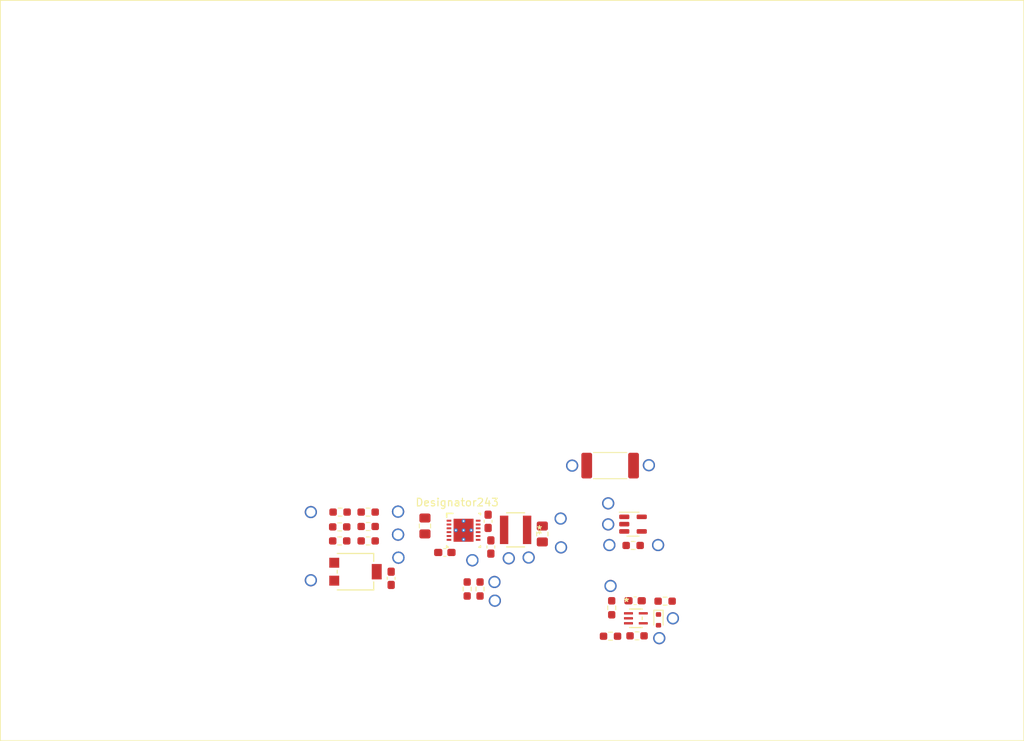
<source format=kicad_pcb>
(kicad_pcb (version 20221018) (generator pcbnew)
  (layers (0 "F.Cu" signal) (31 "B.Cu" signal) (34 "B.Paste" user) (35 "F.Paste" user) (36 "B.SilkS" user "B.Silkscreen") (37 "F.SilkS" user "F.Silkscreen") (38 "B.Mask" user) (39 "F.Mask" user) (44 "Edge.Cuts" user))
  (net 0 "")
  (net 1 "Net-(D23-K)")
  (net 2 "GND2")
  (net 3 "Net-(D7-Conn)")
  (net 4 "Net-(D22-Conn)")
  (net 5 "Net-(D17-Conn)")
  (net 6 "Net-(U1-SS)")
  (net 7 "Net-(D29-Conn)")
  (net 8 "Net-(U1-BST)")
  (net 9 "Net-(C27-Pad2)")
  (net 10 "Net-(D2-Conn)")
  (net 11 "Net-(D1-Conn)")
  (net 12 "Net-(D4-Conn)")
  (net 13 "Net-(D5-Conn)")
  (net 14 "Net-(D6-Conn)")
  (net 15 "Net-(D12-Conn)")
  (net 16 "Net-(D9-Conn)")
  (net 17 "Net-(D10-Conn)")
  (net 18 "Net-(D13-Conn)")
  (net 19 "Net-(D14-Conn)")
  (net 20 "Net-(D18-Conn)")
  (net 21 "Net-(D19-Conn)")
  (net 22 "Net-(D20-Conn)")
  (net 23 "Net-(D21-Conn)")
  (net 24 "Net-(R1-Pad1)")
  (net 25 "Net-(U2-IN-)")
  (net 26 "Net-(R10-Pad2)")
  (net 27 "Net-(R11-Pad2)")
  (net 29 "Net-(D15-Conn)")
  (footprint "Resistor_SMD:R_0603_1608Metric_Pad0.98x0.95mm_HandSolder" (layer "F.Cu") (at 124.3236 130.0875 90)
    (fp_text reference "R12" hide)
    (fp_text value "R" hide)
    (fp_line (start -0.254724 -0.5225) (end 0.254724 -0.5225) (stroke (width 0.12)) (layer "F.SilkS"))
    (fp_line (start -0.254724 0.5225) (end 0.254724 0.5225) (stroke (width 0.12)) (layer "F.SilkS"))
    (pad "1" smd roundrect (at -0.9125 0 90) (size 0.975 0.95) (layers "F.Cu" "F.Paste" "F.Mask") (net 13 "Net-(D5-Conn)"))
    (pad "2" smd roundrect (at 0.9125 0 90) (size 0.975 0.95) (layers "F.Cu" "F.Paste" "F.Mask") (net 2 "GND2"))
  )
  (footprint "ul_TLV9061IDCKR:DCK5_TEX" (layer "F.Cu") (at 146.304 133.9088)
    (fp_text reference "U2" hide)
    (fp_text value "TLV9061IDCKR" hide)
    (fp_text user "*" (at -1.2192 -2.0978) (layer "F.SilkS"))
    (fp_text user "*" (at -1.2192 -2.0978 unlocked) (layer "F.SilkS"))
    (fp_line (start -0.8255 1.2065) (end 0.8255 1.2065) (stroke (width 0.1524)) (layer "F.SilkS"))
    (fp_line (start 0.8255 -1.2065) (end -0.8255 -1.2065) (stroke (width 0.1524)) (layer "F.SilkS"))
    (fp_line (start 0.8255 0.164859) (end 0.8255 -0.164859) (stroke (width 0.1524)) (layer "F.SilkS"))
    (pad "1" smd rect (at -0.9652 -0.649999) (size 1.1684 0.3048) (layers "F.Cu" "F.Paste" "F.Mask") (net 11 "Net-(D1-Conn)"))
    (pad "2" smd rect (at -0.9652 0) (size 1.1684 0.3048) (layers "F.Cu" "F.Paste" "F.Mask") (net 2 "GND2"))
    (pad "3" smd rect (at -0.9652 0.649999) (size 1.1684 0.3048) (layers "F.Cu" "F.Paste" "F.Mask") (net 25 "Net-(U2-IN-)"))
    (pad "4" smd rect (at 0.9652 0.649999) (size 1.1684 0.3048) (layers "F.Cu" "F.Paste" "F.Mask") (net 19 "Net-(D14-Conn)"))
    (pad "5" smd rect (at 0.9652 -0.649999) (size 1.1684 0.3048) (layers "F.Cu" "F.Paste" "F.Mask") (net 1 "Net-(D23-K)"))
  )
  (footprint "Wire_holes:WireHole_1p2" (layer "F.Cu") (at 125 126.3396 -90)
    (fp_text reference "D5" hide)
    (fp_text value "WireHole_1p5" hide)
    (pad "1" thru_hole circle (at 0 0 270) (size 1.6 1.6) (drill 1.2) (layers "*.Cu" "*.Mask") (net 13 "Net-(D5-Conn)"))
  )
  (footprint "Resistor_SMD:R_2512_6332Metric_Pad1.40x3.35mm_HandSolder" (layer "F.Cu") (at 142.95 114)
    (fp_text reference "R14" hide)
    (fp_text value "R" hide)
    (fp_line (start -2.177064 -1.71) (end 2.177064 -1.71) (stroke (width 0.12)) (layer "F.SilkS"))
    (fp_line (start -2.177064 1.71) (end 2.177064 1.71) (stroke (width 0.12)) (layer "F.SilkS"))
    (pad "1" smd roundrect (at -3.05 0) (size 1.4 3.35) (layers "F.Cu" "F.Paste" "F.Mask") (roundrect_rratio 0.178571) (net 2 "GND2"))
    (pad "2" smd roundrect (at 3.05 0) (size 1.4 3.35) (layers "F.Cu" "F.Paste" "F.Mask") (roundrect_rratio 0.178571) (net 17 "Net-(D10-Conn)"))
  )
  (footprint "Resistor_SMD:R_0603_1608Metric_Pad0.98x0.95mm_HandSolder" (layer "F.Cu") (at 111.4226 123.8184)
    (fp_text reference "R8" hide)
    (fp_text value "R" hide)
    (fp_line (start -0.254724 -0.5225) (end 0.254724 -0.5225) (stroke (width 0.12)) (layer "F.SilkS"))
    (fp_line (start -0.254724 0.5225) (end 0.254724 0.5225) (stroke (width 0.12)) (layer "F.SilkS"))
    (pad "1" smd roundrect (at -0.9125 0) (size 0.975 0.95) (layers "F.Cu" "F.Paste" "F.Mask") (net 27 "Net-(R11-Pad2)"))
    (pad "2" smd roundrect (at 0.9125 0) (size 0.975 0.95) (layers "F.Cu" "F.Paste" "F.Mask") (net 23 "Net-(D21-Conn)"))
  )
  (footprint "Capacitor_SMD:C_0805_2012Metric_Pad1.18x1.45mm_HandSolder" (layer "F.Cu") (at 134.112 122.9145 -90)
    (fp_text reference "C28" hide)
    (fp_text value "C" hide)
    (fp_line (start -0.261252 -0.735) (end 0.261252 -0.735) (stroke (width 0.12)) (layer "F.SilkS"))
    (fp_line (start -0.261252 0.735) (end 0.261252 0.735) (stroke (width 0.12)) (layer "F.SilkS"))
    (pad "1" smd roundrect (at -1.0375 0 270) (size 1.175 1.45) (layers "F.Cu" "F.Paste" "F.Mask") (roundrect_rratio 0.212766) (net 10 "Net-(D2-Conn)"))
    (pad "2" smd roundrect (at 1.0375 0 270) (size 1.175 1.45) (layers "F.Cu" "F.Paste" "F.Mask") (roundrect_rratio 0.212766) (net 2 "GND2"))
  )
  (footprint "Capacitor_SMD:C_0603_1608Metric_Pad1.08x0.95mm_HandSolder" (layer "F.Cu") (at 146.2024 131.6228 180)
    (fp_text reference "C1" hide)
    (fp_text value "C" hide)
    (fp_line (start -0.146267 -0.51) (end 0.146267 -0.51) (stroke (width 0.12)) (layer "F.SilkS"))
    (fp_line (start -0.146267 0.51) (end 0.146267 0.51) (stroke (width 0.12)) (layer "F.SilkS"))
    (pad "1" smd roundrect (at -0.8625 0 180) (size 1.075 0.95) (layers "F.Cu" "F.Paste" "F.Mask") (net 1 "Net-(D23-K)"))
    (pad "2" smd roundrect (at 0.8625 0 180) (size 1.075 0.95) (layers "F.Cu" "F.Paste" "F.Mask") (net 2 "GND2"))
  )
  (footprint "Capacitor_SMD:C_0603_1608Metric_Pad1.08x0.95mm_HandSolder" (layer "F.Cu") (at 121.4131 125.3236)
    (fp_text reference "C26" hide)
    (fp_text value "C" hide)
    (fp_line (start -0.146267 -0.51) (end 0.146267 -0.51) (stroke (width 0.12)) (layer "F.SilkS"))
    (fp_line (start -0.146267 0.51) (end 0.146267 0.51) (stroke (width 0.12)) (layer "F.SilkS"))
    (pad "1" smd roundrect (at -0.8625 0) (size 1.075 0.95) (layers "F.Cu" "F.Paste" "F.Mask") (net 6 "Net-(U1-SS)"))
    (pad "2" smd roundrect (at 0.8625 0) (size 1.075 0.95) (layers "F.Cu" "F.Paste" "F.Mask") (net 2 "GND2"))
  )
  (footprint "Resistor_SMD:R_0603_1608Metric_Pad0.98x0.95mm_HandSolder" (layer "F.Cu") (at 143.1544 132.5372 -90)
    (fp_text reference "R2" hide)
    (fp_text value "R" hide)
    (fp_line (start -0.254724 -0.5225) (end 0.254724 -0.5225) (stroke (width 0.12)) (layer "F.SilkS"))
    (fp_line (start -0.254724 0.5225) (end 0.254724 0.5225) (stroke (width 0.12)) (layer "F.SilkS"))
    (pad "1" smd roundrect (at -0.9125 0 270) (size 0.975 0.95) (layers "F.Cu" "F.Paste" "F.Mask") (net 11 "Net-(D1-Conn)"))
    (pad "2" smd roundrect (at 0.9125 0 270) (size 0.975 0.95) (layers "F.Cu" "F.Paste" "F.Mask") (net 2 "GND2"))
  )
  (footprint "Wire_holes:WireHole_1p2" (layer "F.Cu") (at 115.316 120)
    (fp_text reference "D20" hide)
    (fp_text value "WireHole_1p5" hide)
    (pad "1" thru_hole circle (at 0 0) (size 1.6 1.6) (drill 1.2) (layers "*.Cu" "*.Mask") (net 22 "Net-(D20-Conn)"))
  )
  (footprint "Wire_holes:WireHole_1p2" (layer "F.Cu") (at 138 114)
    (fp_text reference "D11" hide)
    (fp_text value "WireHole_1p5" hide)
    (pad "1" thru_hole circle (at 0 0) (size 1.6 1.6) (drill 1.2) (layers "*.Cu" "*.Mask") (net 2 "GND2"))
  )
  (footprint "Wire_holes:WireHole_1p2" (layer "F.Cu") (at 143.002 129.6924)
    (fp_text reference "D1" hide)
    (fp_text value "WireHole_1p5" hide)
    (pad "1" thru_hole circle (at 0 0) (size 1.6 1.6) (drill 1.2) (layers "*.Cu" "*.Mask") (net 11 "Net-(D1-Conn)"))
  )
  (footprint "ul_SWPA4030S1R0NT:IND_SWPA4030S_SNL" (layer "F.Cu") (at 130.6322 122.3772 180)
    (fp_text reference "L1" hide)
    (fp_text value "SWPA4030S1R0NT" hide)
    (fp_text user "*" (at -3.1115 0 180 unlocked) (layer "F.SilkS"))
    (fp_text user "*" (at -3.1115 0) (layer "F.SilkS"))
    (fp_line (start -1.17475 2.2225) (end 1.17475 2.2225) (stroke (width 0.1524)) (layer "F.SilkS"))
    (fp_line (start 1.17475 -2.2225) (end -1.17475 -2.2225) (stroke (width 0.1524)) (layer "F.SilkS"))
    (pad "1" smd rect (at -1.4986 0 180) (size 1.0922 3.7084) (layers "F.Cu" "F.Paste" "F.Mask") (net 10 "Net-(D2-Conn)"))
    (pad "2" smd rect (at 1.4986 0 180) (size 1.0922 3.7084) (layers "F.Cu" "F.Paste" "F.Mask") (net 9 "Net-(C27-Pad2)"))
  )
  (footprint "Wire_holes:WireHole_1p2" (layer "F.Cu") (at 129.7432 126.0856)
    (fp_text reference "D9" hide)
    (fp_text value "WireHole_1p5" hide)
    (pad "1" thru_hole circle (at 0 0) (size 1.6 1.6) (drill 1.2) (layers "*.Cu" "*.Mask") (net 16 "Net-(D9-Conn)"))
  )
  (footprint "Wire_holes:WireHole_1p2" (layer "F.Cu") (at 115.3668 126)
    (fp_text reference "D18" hide)
    (fp_text value "WireHole_1p5" hide)
    (pad "1" thru_hole circle (at 0 0) (size 1.6 1.6) (drill 1.2) (layers "*.Cu" "*.Mask") (net 20 "Net-(D18-Conn)"))
  )
  (footprint "Wire_holes:WireHole_1p2" (layer "F.Cu") (at 149.352 136.4996)
    (fp_text reference "D14" hide)
    (fp_text value "WireHole_1p5" hide)
    (pad "1" thru_hole circle (at 0 0) (size 1.6 1.6) (drill 1.2) (layers "*.Cu" "*.Mask") (net 19 "Net-(D14-Conn)"))
  )
  (footprint "Capacitor_SMD:C_0805_2012Metric_Pad1.18x1.45mm_HandSolder" (layer "F.Cu") (at 118.8212 121.8692 90)
    (fp_text reference "C5" hide)
    (fp_text value "C" hide)
    (fp_line (start -0.261252 -0.735) (end 0.261252 -0.735) (stroke (width 0.12)) (layer "F.SilkS"))
    (fp_line (start -0.261252 0.735) (end 0.261252 0.735) (stroke (width 0.12)) (layer "F.SilkS"))
    (pad "1" smd roundrect (at -1.0375 0 90) (size 1.175 1.45) (layers "F.Cu" "F.Paste" "F.Mask") (roundrect_rratio 0.212766) (net 5 "Net-(D17-Conn)"))
    (pad "2" smd roundrect (at 1.0375 0 90) (size 1.175 1.45) (layers "F.Cu" "F.Paste" "F.Mask") (roundrect_rratio 0.212766) (net 2 "GND2"))
  )
  (footprint "Resistor_SMD:R_0603_1608Metric_Pad0.98x0.95mm_HandSolder" (layer "F.Cu") (at 111.4226 120.0592)
    (fp_text reference "R1" hide)
    (fp_text value "R" hide)
    (fp_line (start -0.254724 -0.5225) (end 0.254724 -0.5225) (stroke (width 0.12)) (layer "F.SilkS"))
    (fp_line (start -0.254724 0.5225) (end 0.254724 0.5225) (stroke (width 0.12)) (layer "F.SilkS"))
    (pad "1" smd roundrect (at -0.9125 0) (size 0.975 0.95) (layers "F.Cu" "F.Paste" "F.Mask") (net 24 "Net-(R1-Pad1)"))
    (pad "2" smd roundrect (at 0.9125 0) (size 0.975 0.95) (layers "F.Cu" "F.Paste" "F.Mask") (net 23 "Net-(D21-Conn)"))
  )
  (footprint "Wire_holes:WireHole_1p2" (layer "F.Cu") (at 115.3668 126)
    (fp_text reference "D22" hide)
    (fp_text value "WireHole_1p5" hide)
    (pad "1" thru_hole circle (at 0 0) (size 1.6 1.6) (drill 1.2) (layers "*.Cu" "*.Mask") (net 4 "Net-(D22-Conn)"))
  )
  (footprint "Wire_holes:WireHole_1p2" (layer "F.Cu") (at 132.334 125.984)
    (fp_text reference "D7" hide)
    (fp_text value "WireHole_1p5" hide)
    (pad "1" thru_hole circle (at 0 0) (size 1.6 1.6) (drill 1.2) (layers "*.Cu" "*.Mask") (net 3 "Net-(D7-Conn)"))
  )
  (footprint "Resistor_SMD:R_0603_1608Metric_Pad0.98x0.95mm_HandSolder" (layer "F.Cu") (at 126 130.0875 90)
    (fp_text reference "R13" hide)
    (fp_text value "R" hide)
    (fp_line (start -0.254724 -0.5225) (end 0.254724 -0.5225) (stroke (width 0.12)) (layer "F.SilkS"))
    (fp_line (start -0.254724 0.5225) (end 0.254724 0.5225) (stroke (width 0.12)) (layer "F.SilkS"))
    (pad "1" smd roundrect (at -0.9125 0 90) (size 0.975 0.95) (layers "F.Cu" "F.Paste" "F.Mask") (net 13 "Net-(D5-Conn)"))
    (pad "2" smd roundrect (at 0.9125 0 90) (size 0.975 0.95) (layers "F.Cu" "F.Paste" "F.Mask") (net 15 "Net-(D12-Conn)"))
  )
  (footprint "Wire_holes:WireHole_1p2" (layer "F.Cu") (at 115.316 123)
    (fp_text reference "D19" hide)
    (fp_text value "WireHole_1p5" hide)
    (pad "1" thru_hole circle (at 0 0) (size 1.6 1.6) (drill 1.2) (layers "*.Cu" "*.Mask") (net 21 "Net-(D19-Conn)"))
  )
  (footprint "Resistor_SMD:R_0603_1608Metric_Pad0.98x0.95mm_HandSolder" (layer "F.Cu") (at 107.765 120.0592)
    (fp_text reference "R9" hide)
    (fp_text value "R" hide)
    (fp_line (start -0.254724 -0.5225) (end 0.254724 -0.5225) (stroke (width 0.12)) (layer "F.SilkS"))
    (fp_line (start -0.254724 0.5225) (end 0.254724 0.5225) (stroke (width 0.12)) (layer "F.SilkS"))
    (pad "1" smd roundrect (at -0.9125 0) (size 0.975 0.95) (layers "F.Cu" "F.Paste" "F.Mask") (net 22 "Net-(D20-Conn)"))
    (pad "2" smd roundrect (at 0.9125 0) (size 0.975 0.95) (layers "F.Cu" "F.Paste" "F.Mask") (net 24 "Net-(R1-Pad1)"))
  )
  (footprint "Wire_holes:WireHole_1p2" (layer "F.Cu") (at 142.6972 118.9228)
    (fp_text reference "D15" hide)
    (fp_text value "WireHole_1p5" hide)
    (pad "1" thru_hole circle (at 0 0) (size 1.6 1.6) (drill 1.2) (layers "*.Cu" "*.Mask") (net 29 "Net-(D15-Conn)"))
  )
  (footprint "Wire_holes:WireHole_1p2" (layer "F.Cu") (at 136.4996 120.904)
    (fp_text reference "D2" hide)
    (fp_text value "WireHole_1p5" hide)
    (pad "1" thru_hole circle (at 0 0) (size 1.6 1.6) (drill 1.2) (layers "*.Cu" "*.Mask") (net 10 "Net-(D2-Conn)"))
  )
  (footprint "Resistor_SMD:R_0603_1608Metric_Pad0.98x0.95mm_HandSolder" (layer "F.Cu") (at 145.9503 124.4092)
    (fp_text reference "R26" hide)
    (fp_text value "R" hide)
    (fp_line (start -0.254724 -0.5225) (end 0.254724 -0.5225) (stroke (width 0.12)) (layer "F.SilkS"))
    (fp_line (start -0.254724 0.5225) (end 0.254724 0.5225) (stroke (width 0.12)) (layer "F.SilkS"))
    (pad "1" smd roundrect (at -0.9125 0) (size 0.975 0.95) (layers "F.Cu" "F.Paste" "F.Mask") (net 12 "Net-(D4-Conn)"))
    (pad "2" smd roundrect (at 0.9125 0) (size 0.975 0.95) (layers "F.Cu" "F.Paste" "F.Mask") (net 7 "Net-(D29-Conn)"))
  )
  (footprint "Resistor_SMD:R_0603_1608Metric_Pad0.98x0.95mm_HandSolder" (layer "F.Cu") (at 143.002 136.2456)
    (fp_text reference "R4" hide)
    (fp_text value "R" hide)
    (fp_line (start -0.254724 -0.5225) (end 0.254724 -0.5225) (stroke (width 0.12)) (layer "F.SilkS"))
    (fp_line (start -0.254724 0.5225) (end 0.254724 0.5225) (stroke (width 0.12)) (layer "F.SilkS"))
    (pad "1" smd roundrect (at -0.9125 0) (size 0.975 0.95) (layers "F.Cu" "F.Paste" "F.Mask") (net 2 "GND2"))
    (pad "2" smd roundrect (at 0.9125 0) (size 0.975 0.95) (layers "F.Cu" "F.Paste" "F.Mask") (net 25 "Net-(U2-IN-)"))
  )
  (footprint "Wire_holes:WireHole_1p2" (layer "F.Cu") (at 127.8796 129.1731 -90)
    (fp_text reference "D8" hide)
    (fp_text value "WireHole_1p5" hide)
    (pad "1" thru_hole circle (at 0 0 270) (size 1.6 1.6) (drill 1.2) (layers "*.Cu" "*.Mask") (net 15 "Net-(D12-Conn)"))
  )
  (footprint "Wire_holes:WireHole_1p2" (layer "F.Cu") (at 151.13 133.9088)
    (fp_text reference "D13" hide)
    (fp_text value "WireHole_1p5" hide)
    (pad "1" thru_hole circle (at 0 0) (size 1.6 1.6) (drill 1.2) (layers "*.Cu" "*.Mask") (net 18 "Net-(D13-Conn)"))
  )
  (footprint "Wire_holes:WireHole_1p2" (layer "F.Cu") (at 125 126.3396)
    (fp_text reference "D6" hide)
    (fp_text value "WireHole_1p5" hide)
    (pad "1" thru_hole circle (at 0 0) (size 1.6 1.6) (drill 1.2) (layers "*.Cu" "*.Mask") (net 14 "Net-(D6-Conn)"))
  )
  (footprint "Resistor_SMD:R_0603_1608Metric_Pad0.98x0.95mm_HandSolder" (layer "F.Cu") (at 111.4226 121.9388)
    (fp_text reference "R7" hide)
    (fp_text value "R" hide)
    (fp_line (start -0.254724 -0.5225) (end 0.254724 -0.5225) (stroke (width 0.12)) (layer "F.SilkS"))
    (fp_line (start -0.254724 0.5225) (end 0.254724 0.5225) (stroke (width 0.12)) (layer "F.SilkS"))
    (pad "1" smd roundrect (at -0.9125 0) (size 0.975 0.95) (layers "F.Cu" "F.Paste" "F.Mask") (net 26 "Net-(R10-Pad2)"))
    (pad "2" smd roundrect (at 0.9125 0) (size 0.975 0.95) (layers "F.Cu" "F.Paste" "F.Mask") (net 23 "Net-(D21-Conn)"))
  )
  (footprint "Wire_holes:WireHole_1p2" (layer "F.Cu") (at 149.1996 124.3584)
    (fp_text reference "D29" hide)
    (fp_text value "WireHole_1p5" hide)
    (pad "1" thru_hole circle (at 0 0) (size 1.6 1.6) (drill 1.2) (layers "*.Cu" "*.Mask") (net 7 "Net-(D29-Conn)"))
  )
  (footprint "Capacitor_SMD:C_0603_1608Metric_Pad1.08x0.95mm_HandSolder" (layer "F.Cu") (at 127.4064 124.6113 -90)
    (fp_text reference "C2" hide)
    (fp_text value "C" hide)
    (fp_line (start -0.146267 -0.51) (end 0.146267 -0.51) (stroke (width 0.12)) (layer "F.SilkS"))
    (fp_line (start -0.146267 0.51) (end 0.146267 0.51) (stroke (width 0.12)) (layer "F.SilkS"))
    (pad "1" smd roundrect (at -0.8625 0 270) (size 1.075 0.95) (layers "F.Cu" "F.Paste" "F.Mask") (net 3 "Net-(D7-Conn)"))
    (pad "2" smd roundrect (at 0.8625 0 270) (size 1.075 0.95) (layers "F.Cu" "F.Paste" "F.Mask") (net 2 "GND2"))
  )
  (footprint "ul_3314G-1-103E:POT_3314G" (layer "F.Cu") (at 109.7686 127.8316 -90)
    (fp_text reference "R6" hide)
    (fp_text value "3314G-1-103E" hide)
    (fp_line (start -2.3749 -2.3749) (end -2.3749 2.3749) (stroke (width 0.1524)) (layer "F.SilkS"))
    (fp_line (start -1.33604 -2.3749) (end -2.3749 -2.3749) (stroke (width 0.1524)) (layer "F.SilkS"))
    (fp_line (start -0.18796 2.3749) (end 0.18796 2.3749) (stroke (width 0.1524)) (layer "F.SilkS"))
    (fp_line (start 2.3749 -2.3749) (end 1.33604 -2.3749) (stroke (width 0.1524)) (layer "F.SilkS"))
    (fp_line (start 2.3749 -2.3749) (end 2.3749 2.3749) (stroke (width 0.1524)) (layer "F.SilkS"))
    (pad "1" smd rect (at 1.1684 2.7686 270) (size 1.2954 1.2954) (layers "F.Cu" "F.Paste" "F.Mask") (net 2 "GND2"))
    (pad "2" smd rect (at 0 -2.7686 270) (size 2.0066 1.2954) (layers "F.Cu" "F.Paste" "F.Mask") (net 4 "Net-(D22-Conn)"))
    (pad "3" smd rect (at -1.1684 2.7686 270) (size 1.2954 1.2954) (layers "F.Cu" "F.Paste" "F.Mask") (net 22 "Net-(D20-Conn)"))
  )
  (footprint "Resistor_SMD:R_0603_1608Metric_Pad0.98x0.95mm_HandSolder" (layer "F.Cu") (at 107.7142 121.9896)
    (fp_text reference "R10" hide)
    (fp_text value "R" hide)
    (fp_line (start -0.254724 -0.5225) (end 0.254724 -0.5225) (stroke (width 0.12)) (layer "F.SilkS"))
    (fp_line (start -0.254724 0.5225) (end 0.254724 0.5225) (stroke (width 0.12)) (layer "F.SilkS"))
    (pad "1" smd roundrect (at -0.9125 0) (size 0.975 0.95) (layers "F.Cu" "F.Paste" "F.Mask") (net 22 "Net-(D20-Conn)"))
    (pad "2" smd roundrect (at 0.9125 0) (size 0.975 0.95) (layers "F.Cu" "F.Paste" "F.Mask") (net 26 "Net-(R10-Pad2)"))
  )
  (footprint "Capacitor_SMD:C_0603_1608Metric_Pad1.08x0.95mm_HandSolder" (layer "F.Cu") (at 127.0508 121.2596 90)
    (fp_text reference "C27" hide)
    (fp_text value "C" hide)
    (fp_line (start -0.146267 -0.51) (end 0.146267 -0.51) (stroke (width 0.12)) (layer "F.SilkS"))
    (fp_line (start -0.146267 0.51) (end 0.146267 0.51) (stroke (width 0.12)) (layer "F.SilkS"))
    (pad "1" smd roundrect (at -0.8625 0 90) (size 1.075 0.95) (layers "F.Cu" "F.Paste" "F.Mask") (net 8 "Net-(U1-BST)"))
    (pad "2" smd roundrect (at 0.8625 0 90) (size 1.075 0.95) (layers "F.Cu" "F.Paste" "F.Mask") (net 9 "Net-(C27-Pad2)"))
  )
  (footprint "ul_LM5160ADNTR:DNT0012B" (layer "F.Cu") (at 123.8504 122.428)
    (fp_text reference "U1" hide)
    (fp_text value "LM5160ADNTR" hide)
    (fp_text user "Designator243" (at -0.8371 -3.6322 unlocked) (layer "F.SilkS"))
    (fp_line (start -2.200001 -2.199998) (end -1.4 -2.199998) (stroke (width 0.2)) (layer "F.SilkS"))
    (fp_line (start -2.200001 -1.699999) (end -2.200001 -2.199998) (stroke (width 0.2)) (layer "F.SilkS"))
    (fp_line (start -2.200001 2.199998) (end -2.200001 2.025002) (stroke (width 0.2)) (layer "F.SilkS"))
    (fp_line (start -2.200001 2.199998) (end -2.000001 2.199998) (stroke (width 0.2)) (layer "F.SilkS"))
    (fp_line (start 2.000001 -2.199998) (end 2.200001 -2.199998) (stroke (width 0.2)) (layer "F.SilkS"))
    (fp_line (start 2.000001 2.199998) (end 2.200001 2.199998) (stroke (width 0.2)) (layer "F.SilkS"))
    (fp_line (start 2.200001 -2.025002) (end 2.200001 -2.199998) (stroke (width 0.2)) (layer "F.SilkS"))
    (fp_line (start 2.200001 2.199998) (end 2.200001 2.025002) (stroke (width 0.2)) (layer "F.SilkS"))
    (pad "1" smd rect (at -1.899999 -1.25 90) (size 0.249999 0.599999) (layers "F.Cu" "F.Paste" "F.Mask") (net 2 "GND2"))
    (pad "2" smd rect (at -1.899999 -0.750001 90) (size 0.249999 0.599999) (layers "F.Cu" "F.Paste" "F.Mask") (net 2 "GND2"))
    (pad "3" smd rect (at -1.899999 -0.25 90) (size 0.249999 0.599999) (layers "F.Cu" "F.Paste" "F.Mask") (net 5 "Net-(D17-Conn)"))
    (pad "4" smd rect (at -1.899999 0.25 90) (size 0.249999 0.599999) (layers "F.Cu" "F.Paste" "F.Mask") (net 21 "Net-(D19-Conn)"))
    (pad "5" smd rect (at -1.899999 0.749998 90) (size 0.249999 0.599999) (layers "F.Cu" "F.Paste" "F.Mask") (net 20 "Net-(D18-Conn)"))
    (pad "6" smd rect (at -1.899999 1.25 90) (size 0.249999 0.599999) (layers "F.Cu" "F.Paste" "F.Mask") (net 6 "Net-(U1-SS)"))
    (pad "7" smd rect (at 1.899999 1.25 90) (size 0.249999 0.599999) (layers "F.Cu" "F.Paste" "F.Mask") (net 14 "Net-(D6-Conn)"))
    (pad "8" smd rect (at 1.899999 0.749998 90) (size 0.249999 0.599999) (layers "F.Cu" "F.Paste" "F.Mask") (net 16 "Net-(D9-Conn)"))
    (pad "9" smd rect (at 1.899999 0.25 90) (size 0.249999 0.599999) (layers "F.Cu" "F.Paste" "F.Mask") (net 3 "Net-(D7-Conn)"))
    (pad "10" smd rect (at 1.899999 -0.250002 90) (size 0.249999 0.599999) (layers "F.Cu" "F.Paste" "F.Mask") (net 8 "Net-(U1-BST)"))
    (pad "11" smd rect (at 1.899999 -0.750001 90) (size 0.249999 0.599999) (layers "F.Cu" "F.Paste" "F.Mask") (net 9 "Net-(C27-Pad2)"))
    (pad "12" smd rect (at 1.899999 -1.25 90) (size 0.249999 0.599999) (layers "F.Cu" "F.Paste" "F.Mask") (net 9 "Net-(C27-Pad2)"))
    (pad "13" smd rect (at 0 0 90) (size 2.999999 2.6) (layers "F.Cu" "F.Mask") (net 2 "GND2"))
    (pad "V" thru_hole circle (at -1.000001 0) (size 0.499999 0.499999) (drill 0.2032) (layers "*.Cu" "*.Mask"))
    (pad "V" thru_hole circle (at 0 -1.2) (size 0.499999 0.499999) (drill 0.2032) (layers "*.Cu" "*.Mask"))
    (pad "V" thru_hole circle (at 0 0) (size 0.499999 0.499999) (drill 0.2032) (layers "*.Cu" "*.Mask"))
    (pad "V" thru_hole circle (at 0 1.2) (size 0.499999 0.499999) (drill 0.2032) (layers "*.Cu" "*.Mask"))
    (pad "V" thru_hole circle (at 1.000001 0) (size 0.499999 0.499999) (drill 0.2032) (layers "*.Cu" "*.Mask"))
  )
  (footprint "Package_TO_SOT_SMD:SOT-23-5" (layer "F.Cu") (at 145.9304 121.6304)
    (fp_text reference "U17" hide)
    (fp_text value "INA193" hide)
    (fp_line (start 0 -1.56) (end -1.8 -1.56) (stroke (width 0.12)) (layer "F.SilkS"))
    (fp_line (start 0 -1.56) (end 0.8 -1.56) (stroke (width 0.12)) (layer "F.SilkS"))
    (fp_line (start 0 1.56) (end -0.8 1.56) (stroke (width 0.12)) (layer "F.SilkS"))
    (fp_line (start 0 1.56) (end 0.8 1.56) (stroke (width 0.12)) (layer "F.SilkS"))
    (pad "1" smd roundrect (at -1.1375 -0.95) (size 1.325 0.6) (layers "F.Cu" "F.Paste" "F.Mask") (net 29 "Net-(D15-Conn)"))
    (pad "2" smd roundrect (at -1.1375 0) (size 1.325 0.6) (layers "F.Cu" "F.Paste" "F.Mask") (net 2 "GND2"))
    (pad "3" smd roundrect (at -1.1375 0.95) (size 1.325 0.6) (layers "F.Cu" "F.Paste" "F.Mask") (net 12 "Net-(D4-Conn)"))
    (pad "4" smd roundrect (at 1.1375 0.95) (size 1.325 0.6) (layers "F.Cu" "F.Paste" "F.Mask") (net 7 "Net-(D29-Conn)"))
    (pad "5" smd roundrect (at 1.1375 -0.95) (size 1.325 0.6) (layers "F.Cu" "F.Paste" "F.Mask"))
  )
  (footprint "Wire_holes:WireHole_1p2" (layer "F.Cu") (at 115.316 120)
    (fp_text reference "D17" hide)
    (fp_text value "WireHole_1p5" hide)
    (pad "1" thru_hole circle (at 0 0) (size 1.6 1.6) (drill 1.2) (layers "*.Cu" "*.Mask") (net 5 "Net-(D17-Conn)"))
  )
  (footprint "Wire_holes:WireHole_1p2" (layer "F.Cu") (at 103.9531 128.9492)
    (fp_text reference "D28" hide)
    (fp_text value "WireHole_1p5" hide)
    (pad "1" thru_hole circle (at 0 0) (size 1.6 1.6) (drill 1.2) (layers "*.Cu" "*.Mask") (net 2 "GND2"))
  )
  (footprint "Resistor_SMD:R_0603_1608Metric_Pad0.98x0.95mm_HandSolder" (layer "F.Cu") (at 146.4564 136.1948)
    (fp_text reference "R3" hide)
    (fp_text value "R" hide)
    (fp_line (start -0.254724 -0.5225) (end 0.254724 -0.5225) (stroke (width 0.12)) (layer "F.SilkS"))
    (fp_line (start -0.254724 0.5225) (end 0.254724 0.5225) (stroke (width 0.12)) (layer "F.SilkS"))
    (pad "1" smd roundrect (at -0.9125 0) (size 0.975 0.95) (layers "F.Cu" "F.Paste" "F.Mask") (net 25 "Net-(U2-IN-)"))
    (pad "2" smd roundrect (at 0.9125 0) (size 0.975 0.95) (layers "F.Cu" "F.Paste" "F.Mask") (net 19 "Net-(D14-Conn)"))
  )
  (footprint "Wire_holes:WireHole_1p2" (layer "F.Cu") (at 127.9304 131.6115 -90)
    (fp_text reference "D12" hide)
    (fp_text value "WireHole_1p5" hide)
    (pad "1" thru_hole circle (at 0 0 270) (size 1.6 1.6) (drill 1.2) (layers "*.Cu" "*.Mask") (net 15 "Net-(D12-Conn)"))
  )
  (footprint "Capacitor_SMD:C_0603_1608Metric_Pad1.08x0.95mm_HandSolder" (layer "F.Cu") (at 114.4179 128.6941 -90)
    (fp_text reference "C3" hide)
    (fp_text value "C" hide)
    (fp_line (start -0.146267 -0.51) (end 0.146267 -0.51) (stroke (width 0.12)) (layer "F.SilkS"))
    (fp_line (start -0.146267 0.51) (end 0.146267 0.51) (stroke (width 0.12)) (layer "F.SilkS"))
    (pad "1" smd roundrect (at -0.8625 0 270) (size 1.075 0.95) (layers "F.Cu" "F.Paste" "F.Mask") (net 4 "Net-(D22-Conn)"))
    (pad "2" smd roundrect (at 0.8625 0 270) (size 1.075 0.95) (layers "F.Cu" "F.Paste" "F.Mask") (net 2 "GND2"))
  )
  (footprint "Resistor_SMD:R_0603_1608Metric_Pad0.98x0.95mm_HandSolder" (layer "F.Cu") (at 107.7142 123.8184)
    (fp_text reference "R11" hide)
    (fp_text value "R" hide)
    (fp_line (start -0.254724 -0.5225) (end 0.254724 -0.5225) (stroke (width 0.12)) (layer "F.SilkS"))
    (fp_line (start -0.254724 0.5225) (end 0.254724 0.5225) (stroke (width 0.12)) (layer "F.SilkS"))
    (pad "1" smd roundrect (at -0.9125 0) (size 0.975 0.95) (layers "F.Cu" "F.Paste" "F.Mask") (net 22 "Net-(D20-Conn)"))
    (pad "2" smd roundrect (at 0.9125 0) (size 0.975 0.95) (layers "F.Cu" "F.Paste" "F.Mask") (net 27 "Net-(R11-Pad2)"))
  )
  (footprint "Wire_holes:WireHole_1p2" (layer "F.Cu") (at 115.316 123)
    (fp_text reference "D21" hide)
    (fp_text value "WireHole_1p5" hide)
    (pad "1" thru_hole circle (at 0 0) (size 1.6 1.6) (drill 1.2) (layers "*.Cu" "*.Mask") (net 23 "Net-(D21-Conn)"))
  )
  (footprint "Wire_holes:WireHole_1p2" (layer "F.Cu") (at 142.8496 124.3584)
    (fp_text reference "D4" hide)
    (fp_text value "WireHole_1p5" hide)
    (pad "1" thru_hole circle (at 0 0) (size 1.6 1.6) (drill 1.2) (layers "*.Cu" "*.Mask") (net 12 "Net-(D4-Conn)"))
  )
  (footprint "Wire_holes:WireHole_1p2" (layer "F.Cu") (at 148 113.9492)
    (fp_text reference "D10" hide)
    (fp_text value "WireHole_1p5" hide)
    (pad "1" thru_hole circle (at 0 0) (size 1.6 1.6) (drill 1.2) (layers "*.Cu" "*.Mask") (net 17 "Net-(D10-Conn)"))
  )
  (footprint "Wire_holes:WireHole_1p2" (layer "F.Cu") (at 136.5504 124.6632)
    (fp_text reference "D3" hide)
    (fp_text value "WireHole_1p5" hide)
    (pad "1" thru_hole circle (at 0 0) (size 1.6 1.6) (drill 1.2) (layers "*.Cu" "*.Mask") (net 2 "GND2"))
  )
  (footprint "Wire_holes:WireHole_1p2" (layer "F.Cu") (at 103.9531 120.0592)
    (fp_text reference "D27" hide)
    (fp_text value "WireHole_1p5" hide)
    (pad "1" thru_hole circle (at 0 0) (size 1.6 1.6) (drill 1.2) (layers "*.Cu" "*.Mask") (net 22 "Net-(D20-Conn)"))
  )
  (footprint "Wire_holes:WireHole_1p2" (layer "F.Cu") (at 142.6972 121.666)
    (fp_text reference "D30" hide)
    (fp_text value "WireHole_1p5" hide)
    (pad "1" thru_hole circle (at 0 0) (size 1.6 1.6) (drill 1.2) (layers "*.Cu" "*.Mask") (net 2 "GND2"))
  )
  (footprint "Resistor_SMD:R_0603_1608Metric_Pad0.98x0.95mm_HandSolder" (layer "F.Cu") (at 150.114 131.6736)
    (fp_text reference "R5" hide)
    (fp_text value "R" hide)
    (fp_line (start -0.254724 -0.5225) (end 0.254724 -0.5225) (stroke (width 0.12)) (layer "F.SilkS"))
    (fp_line (start -0.254724 0.5225) (end 0.254724 0.5225) (stroke (width 0.12)) (layer "F.SilkS"))
    (pad "1" smd roundrect (at -0.9125 0) (size 0.975 0.95) (layers "F.Cu" "F.Paste" "F.Mask") (net 1 "Net-(D23-K)"))
    (pad "2" smd roundrect (at 0.9125 0) (size 0.975 0.95) (layers "F.Cu" "F.Paste" "F.Mask") (net 18 "Net-(D13-Conn)"))
  )
  (footprint "Diode_SMD:D_SOD-523" (layer "F.Cu") (at 149.2504 134.112 -90)
    (fp_text reference "D23" hide)
    (fp_text value "MM5Zxx" hide)
    (fp_line (start -1.26 -0.6) (end -1.26 0.6) (stroke (width 0.12)) (layer "F.SilkS"))
    (fp_line (start 0.7 -0.6) (end -1.26 -0.6) (stroke (width 0.12)) (layer "F.SilkS"))
    (fp_line (start 0.7 0.6) (end -1.26 0.6) (stroke (width 0.12)) (layer "F.SilkS"))
    (pad "1" smd roundrect (at -0.7 0 90) (size 0.6 0.7) (layers "F.Cu" "F.Paste" "F.Mask") (net 1 "Net-(D23-K)"))
    (pad "2" smd roundrect (at 0.7 0 90) (size 0.6 0.7) (layers "F.Cu" "F.Paste" "F.Mask") (net 2 "GND2"))
  )
  (gr_line (start 63.5 53.34) (end 196.85 53.34) (stroke (width 0.1)) (layer "F.SilkS"))
  (gr_line (start 196.85 149.86) (end 63.5 149.86) (stroke (width 0.1)) (layer "F.SilkS"))
  (gr_line (start 196.85 53.34) (end 196.85 149.86) (stroke (width 0.1)) (layer "F.SilkS"))
  (gr_line (start 63.5 149.86) (end 63.5 53.34) (stroke (width 0.1)) (layer "F.SilkS"))
)
</source>
